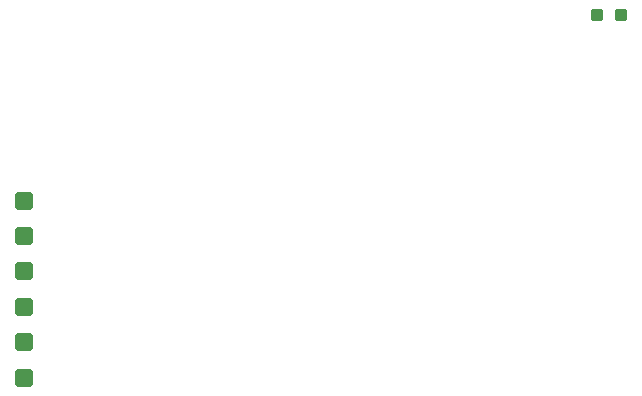
<source format=gbr>
%TF.GenerationSoftware,KiCad,Pcbnew,9.0.6*%
%TF.CreationDate,2025-12-11T14:53:55+06:00*%
%TF.ProjectId,.WAV player,2e574156-2070-46c6-9179-65722e6b6963,rev?*%
%TF.SameCoordinates,Original*%
%TF.FileFunction,Paste,Top*%
%TF.FilePolarity,Positive*%
%FSLAX46Y46*%
G04 Gerber Fmt 4.6, Leading zero omitted, Abs format (unit mm)*
G04 Created by KiCad (PCBNEW 9.0.6) date 2025-12-11 14:53:55*
%MOMM*%
%LPD*%
G01*
G04 APERTURE LIST*
G04 Aperture macros list*
%AMRoundRect*
0 Rectangle with rounded corners*
0 $1 Rounding radius*
0 $2 $3 $4 $5 $6 $7 $8 $9 X,Y pos of 4 corners*
0 Add a 4 corners polygon primitive as box body*
4,1,4,$2,$3,$4,$5,$6,$7,$8,$9,$2,$3,0*
0 Add four circle primitives for the rounded corners*
1,1,$1+$1,$2,$3*
1,1,$1+$1,$4,$5*
1,1,$1+$1,$6,$7*
1,1,$1+$1,$8,$9*
0 Add four rect primitives between the rounded corners*
20,1,$1+$1,$2,$3,$4,$5,0*
20,1,$1+$1,$4,$5,$6,$7,0*
20,1,$1+$1,$6,$7,$8,$9,0*
20,1,$1+$1,$8,$9,$2,$3,0*%
G04 Aperture macros list end*
%ADD10RoundRect,0.225000X0.525000X-0.525000X0.525000X0.525000X-0.525000X0.525000X-0.525000X-0.525000X0*%
%ADD11RoundRect,0.150000X0.350000X0.350000X-0.350000X0.350000X-0.350000X-0.350000X0.350000X-0.350000X0*%
G04 APERTURE END LIST*
D10*
%TO.C,U3*%
X100584000Y-85962000D03*
X100584000Y-82962000D03*
X100584000Y-79962000D03*
X100584000Y-76962000D03*
X100584000Y-73962000D03*
X100584000Y-70962000D03*
%TD*%
D11*
%TO.C,U4*%
X151098000Y-55245000D03*
X149098000Y-55245000D03*
%TD*%
M02*

</source>
